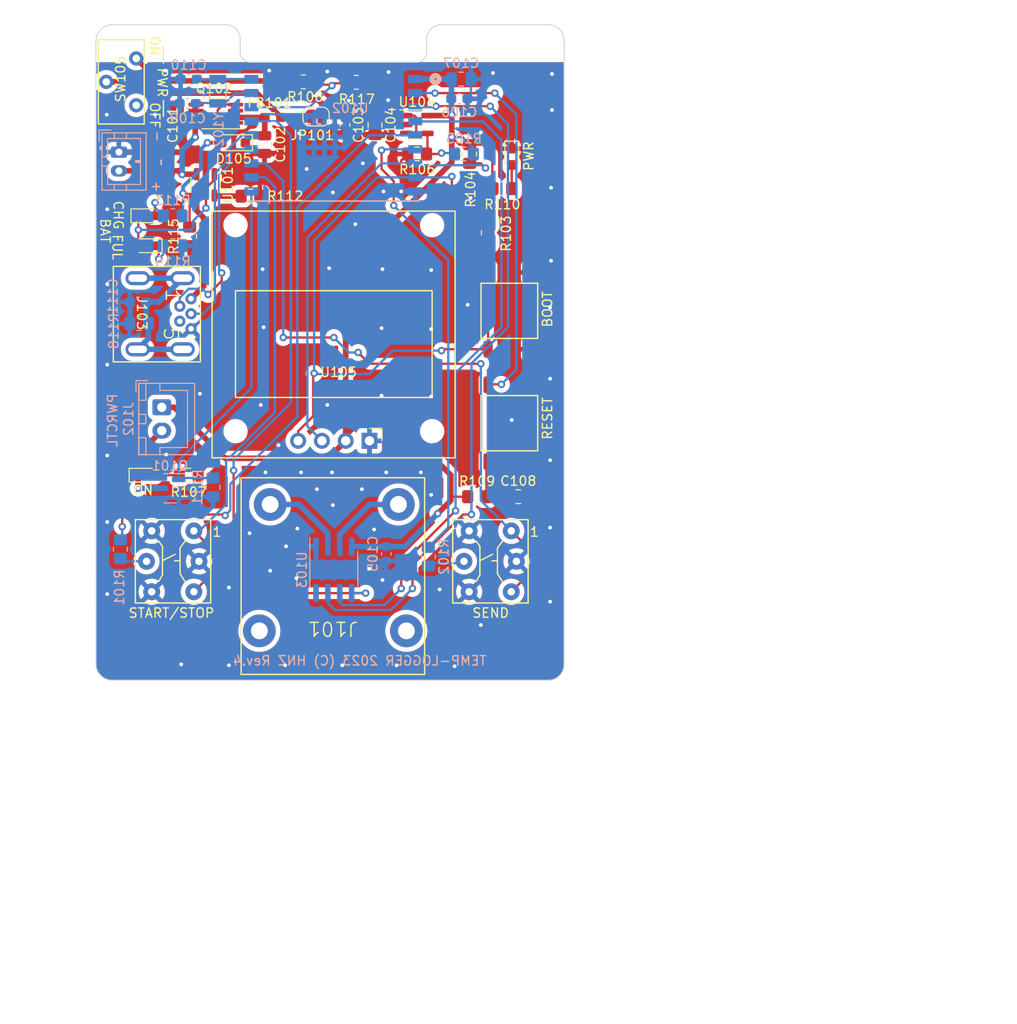
<source format=kicad_pcb>
(kicad_pcb (version 20221018) (generator pcbnew)
  (layers (0 "F.Cu" signal) (31 "B.Cu" signal) (34 "B.Paste" user) (35 "F.Paste" user) (36 "B.SilkS" user "B.Silkscreen") (37 "F.SilkS" user "F.Silkscreen") (38 "B.Mask" user) (39 "F.Mask" user) (44 "Edge.Cuts" user))
  (net 0 "")
  (net 1 "GND")
  (net 2 "+3.3V")
  (net 3 "/~{RESET}")
  (net 4 "/GPIO1")
  (net 5 "/GPIO0")
  (net 6 "Net-(D101-K)")
  (net 7 "Net-(D101-A)")
  (net 8 "Net-(D103-A)")
  (net 9 "/USBVDD")
  (net 10 "Net-(U103-T+)")
  (net 11 "Net-(U103-T-)")
  (net 12 "Net-(J103-D-)")
  (net 13 "Net-(J103-D+)")
  (net 15 "/GPIO10")
  (net 16 "Net-(SW101-A)")
  (net 17 "/GPIO6{slash}TCK")
  (net 18 "Net-(SW102-A)")
  (net 19 "/GPIO7{slash}TDO")
  (net 20 "/GPIO9")
  (net 21 "/GPIO8")
  (net 22 "Net-(U104-ADJ)")
  (net 23 "/GPIO2")
  (net 24 "/RXD{slash}GPIO20")
  (net 25 "/TXD{slash}GPIO21")
  (net 26 "/GPIO4{slash}TMS")
  (net 27 "/GPIO5{slash}TDI")
  (net 28 "/GPIO3")
  (net 29 "/VBAT")
  (net 30 "/VOUT")
  (net 31 "Net-(D102-K)")
  (net 32 "Net-(D102-A)")
  (net 33 "Net-(D104-K)")
  (net 34 "Net-(U101-PROG)")
  (net 35 "/VIN")
  (net 36 "Net-(J103-Shield)")
  (net 37 "Net-(JP101-A)")
  (footprint "Capacitor_SMD:C_0805_2012Metric_Pad1.18x1.45mm_HandSolder" (layer "F.Cu") (at 94.3 65.6 90)
    (fp_text reference "C101")
    (fp_text value "4.7uF")
  )
  (footprint "tbctl:R_0805_2012Metric_Pad1.20x1.40mm_HandSolder" (layer "F.Cu") (at 126.5 64.7 -90)
    (fp_text reference "R104")
    (fp_text value "10K")
  )
  (footprint "tbctl:LED_0603_1608Metric_Pad1.05x0.95mm_HandSolder" (layer "F.Cu") (at 131 65 -90)
    (fp_text reference "D103" hide)
    (fp_text value "LED RED SML-E12V8WT86")
  )
  (footprint "tbctl:R_0805_2012Metric_Pad1.20x1.40mm_HandSolder" (layer "F.Cu") (at 96.5 99 180)
    (fp_text reference "R107")
    (fp_text value "330")
  )
  (footprint "tbctl:R_0805_2012Metric_Pad1.20x1.40mm_HandSolder" (layer "F.Cu") (at 130 68.4)
    (fp_text reference "R110")
    (fp_text value "330")
  )
  (footprint "tbctl:TS-06104" (layer "F.Cu") (at 130.725 78.25 -90)
    (fp_text reference "SW103" hide)
    (fp_text value "BOOT TS-06104")
  )
  (footprint "Capacitor_SMD:C_0603_1608Metric_Pad1.08x0.95mm_HandSolder" (layer "F.Cu") (at 113.2 61.6 -90)
    (fp_text reference "C103")
    (fp_text value "0.1uF")
  )
  (footprint "tbctl:OLED I2C DISPLAY" (layer "F.Cu") (at 112 90.7 180)
    (fp_text reference "U105")
    (fp_text value "SSD1306_DISPLAY")
  )
  (footprint "tbctl:R_0805_2012Metric_Pad1.20x1.40mm_HandSolder" (layer "F.Cu") (at 127.3 101.3)
    (fp_text reference "R109")
    (fp_text value "10K")
  )
  (footprint "Jumper:SolderJumper-2_P1.3mm_Open_RoundedPad1.0x1.5mm" (layer "F.Cu") (at 110.1 60.7)
    (fp_text reference "JP101")
    (fp_text value "SolderJumper_2_Open")
  )
  (footprint "tbctl:R_0805_2012Metric_Pad1.20x1.40mm_HandSolder" (layer "F.Cu") (at 96.6 73.5 -90)
    (fp_text reference "R115")
    (fp_text value "100K")
  )
  (footprint "tbctl:usb mini B connector c2235 dim 2" (layer "F.Cu") (at 92.75 81.76 -90)
    (fp_text reference "J103")
    (fp_text value "USB_B_Mini")
  )
  (footprint "Package_TO_SOT_SMD:SOT-23-5" (layer "F.Cu") (at 98.3 68 -90)
    (fp_text reference "U101")
    (fp_text value "MCP73831-2-OT")
  )
  (footprint "tbctl:R_0805_2012Metric_Pad1.20x1.40mm_HandSolder" (layer "F.Cu") (at 114.4 57.05)
    (fp_text reference "R117")
    (fp_text value "20K 1%")
  )
  (footprint "tbctl:LED_0603_1608Metric_Pad1.05x0.95mm_HandSolder" (layer "F.Cu") (at 92 71.3)
    (fp_text reference "D102" hide)
    (fp_text value "LED RED SML-E12V8WT86")
  )
  (footprint "tbctl:PCC-SMP_D" (layer "F.Cu") (at 109.75 102.125 90)
    (fp_text reference "J101")
    (fp_text value "Conn_K_TERM_XH_2P")
  )
  (footprint "tbctl:LED_0603_1608Metric_Pad1.05x0.95mm_HandSolder" (layer "F.Cu") (at 91.8 99)
    (fp_text reference "D101" hide)
    (fp_text value "LED RED SML-E12V8WT86")
  )
  (footprint "Package_SO:MSOP-8_3x3mm_P0.65mm" (layer "F.Cu") (at 99.4 60.4 180)
    (fp_text reference "Q102")
    (fp_text value "IRF7606TRPBF")
  )
  (footprint "tbctl:R_0805_2012Metric_Pad1.20x1.40mm_HandSolder" (layer "F.Cu") (at 128.5 73.1 -90)
    (fp_text reference "R103")
    (fp_text value "10K")
  )
  (footprint "Capacitor_SMD:C_0805_2012Metric" (layer "F.Cu") (at 131.7 101.3)
    (fp_text reference "C108")
    (fp_text value "1uF")
  )
  (footprint "tbctl:LS601-CU_CAP" (layer "F.Cu") (at 128.7 108.2)
    (fp_text reference "SW102" hide)
    (fp_text value "SW_Push_LED")
  )
  (footprint "tbctl:L_0603_1608Metric_Pad1.05x0.95mm_HandSolder" (layer "F.Cu") (at 105.5 60.8)
    (fp_text reference "FB101")
    (fp_text value "BK2125HS601-T")
  )
  (footprint "Diode_SMD:D_SOD-323_HandSoldering" (layer "F.Cu") (at 101.3 63.5 180)
    (fp_text reference "D105")
    (fp_text value "NSR0340HT1G")
  )
  (footprint "tbctl:SLIDE_SW_IS1235-G" (layer "F.Cu") (at 90.9 57 -90)
    (fp_text reference "SW105")
    (fp_text value "SLIDE_SW IS-1245T-G")
  )
  (footprint "Capacitor_SMD:C_0805_2012Metric_Pad1.18x1.45mm_HandSolder" (layer "F.Cu") (at 116.4 61.6 -90)
    (fp_text reference "C104")
    (fp_text value "10uF")
  )
  (footprint "tbctl:R_0805_2012Metric_Pad1.20x1.40mm_HandSolder" (layer "F.Cu") (at 120.9 64.7 180)
    (fp_text reference "R106")
    (fp_text value "12K 1%")
  )
  (footprint "tbctl:LED_0603_1608Metric_Pad1.05x0.95mm_HandSolder" (layer "F.Cu") (at 92 74.5 180)
    (fp_text reference "D104" hide)
    (fp_text value "LED GREEN SML-E12P8WT86")
  )
  (footprint "Capacitor_SMD:C_0805_2012Metric" (layer "F.Cu") (at 104.6 63.7 -90)
    (fp_text reference "C102")
    (fp_text value "1uF")
  )
  (footprint "tbctl:R_0805_2012Metric_Pad1.20x1.40mm_HandSolder" (layer "F.Cu") (at 103.1 69.2)
    (fp_text reference "R112")
    (fp_text value "2K")
  )
  (footprint "tbctl:TS-06104" (layer "F.Cu") (at 130.725 90.25 -90)
    (fp_text reference "SW104" hide)
    (fp_text value "RESET TS-06104")
  )
  (footprint "Package_TO_SOT_SMD:SOT-23-5" (layer "F.Cu") (at 120.8625 61.55)
    (fp_text reference "U104")
    (fp_text value "SPX3819M5-L")
  )
  (footprint "tbctl:LS601-CU_CAP" (layer "F.Cu") (at 94.8 108.2)
    (fp_text reference "SW101" hide)
    (fp_text value "SW_Push_LED")
  )
  (footprint "tbctl:R_0805_2012Metric_Pad1.20x1.40mm_HandSolder" (layer "F.Cu") (at 108.75 57)
    (fp_text reference "R108")
    (fp_text value "20K 1%")
  )
  (footprint "tbctl:R_0805_2012Metric_Pad1.20x1.40mm_HandSolder" (layer "B.Cu") (at 122.1 107.7 90)
    (fp_text reference "R102")
    (fp_text value "330")
  )
  (footprint "tbctl:R_0805_2012Metric_Pad1.20x1.40mm_HandSolder" (layer "B.Cu") (at 91.2 82.8 180)
    (fp_text reference "R118")
    (fp_text value "10K")
  )
  (footprint "tbctl:R_0805_2012Metric_Pad1.20x1.40mm_HandSolder" (layer "B.Cu") (at 125.9 64.7 180)
    (fp_text reference "R105")
    (fp_text value "20K 1%")
  )
  (footprint "Capacitor_SMD:C_0603_1608Metric_Pad1.08x0.95mm_HandSolder" (layer "B.Cu") (at 96.4 59.3 180)
    (fp_text reference "C109")
    (fp_text value "16pF")
  )
  (footprint "Package_SO:SOIC-8_3.9x4.9mm_P1.27mm" (layer "B.Cu") (at 112 109.1 -90)
    (fp_text reference "U103")
    (fp_text value "MAX31855KASA")
  )
  (footprint "Crystal:Crystal_SMD_3215-2Pin_3.2x1.5mm" (layer "B.Cu") (at 99.6 58 -90)
    (fp_text reference "Y102")
    (fp_text value "32.7680KHz")
  )
  (footprint "tbctl:R_0805_2012Metric_Pad1.20x1.40mm_HandSolder" (layer "B.Cu") (at 94.8 74.5)
    (fp_text reference "R114")
    (fp_text value "330")
  )
  (footprint "Connector_JST:JST_PH_B2B-PH-K_1x02_P2.00mm_Vertical" (layer "B.Cu") (at 89.05 64.5 -90)
    (fp_text reference "J104" hide)
    (fp_text value "LiPo BATTERY Socket")
  )
  (footprint "Capacitor_SMD:C_0603_1608Metric_Pad1.08x0.95mm_HandSolder" (layer "B.Cu") (at 96.5 56.7 180)
    (fp_text reference "C110")
    (fp_text value "16pF")
  )
  (footprint "tbctl:R_0805_2012Metric_Pad1.20x1.40mm_HandSolder" (layer "B.Cu") (at 89.2 106.9 90)
    (fp_text reference "R101")
    (fp_text value "330")
  )
  (footprint "tbctl:R_0805_2012Metric_Pad1.20x1.40mm_HandSolder" (layer "B.Cu") (at 94.8 71.3 180)
    (fp_text reference "R113")
    (fp_text value "330")
  )
  (footprint "Package_TO_SOT_SMD:SOT-23" (layer "B.Cu") (at 94.5 100.4 180)
    (fp_text reference "Q101")
    (fp_text value "2N7002K")
  )
  (footprint "Capacitor_SMD:C_0603_1608Metric" (layer "B.Cu") (at 117.6 107.4 -90)
    (fp_text reference "C105")
    (fp_text value "0.1uF")
  )
  (footprint "Capacitor_SMD:C_0805_2012Metric_Pad1.18x1.45mm_HandSolder" (layer "B.Cu") (at 125.6 56.7)
    (fp_text reference "C107")
    (fp_text value "10uF")
  )
  (footprint "tbctl:R_0805_2012Metric_Pad1.20x1.40mm_HandSolder" (layer "B.Cu") (at 99.1 100.3 -90)
    (fp_text reference "R111")
    (fp_text value "10K")
  )
  (footprint "Connector_JST:JST_XH_B2B-XH-A_1x02_P2.50mm_Vertical" (layer "B.Cu") (at 93.625 91.75 -90)
    (fp_text reference "J102")
    (fp_text value "Conn_01x02")
  )
  (footprint "Capacitor_SMD:C_0603_1608Metric_Pad1.08x0.95mm_HandSolder" (layer "B.Cu") (at 125.4 58.8)
    (fp_text reference "C106")
    (fp_text value "0.1uF")
  )
  (footprint "tbctl:IC18_ESP32-C3-WROOM-02-N4_EXP" (layer "B.Cu") (at 111.95 59.605085 180)
    (fp_text reference "U102")
    (fp_text value "ESP32-C3-WROOM-02-N4")
  )
  (footprint "Capacitor_SMD:C_0603_1608Metric_Pad1.08x0.95mm_HandSolder" (layer "B.Cu") (at 91.1 80.5 180)
    (fp_text reference "C111")
    (fp_text value "0.1uF")
  )
  (gr_line (start 93.8 55) (end 93.8 53.2) (stroke (width 0.15)) (layer "F.SilkS"))
  (gr_line (start 93.8 59) (end 93.8 60.7) (stroke (width 0.15)) (layer "F.SilkS"))
  (gr_line (start 136.6 52.627917) (end 136.6 119.2) (stroke (width 0.1)) (layer "Edge.Cuts"))
  (gr_arc (start 103.1 54.9) (mid 102.322183 54.577817) (end 102 53.8) (stroke (width 0.1)) (layer "Edge.Cuts"))
  (gr_line (start 134.9 50.899771) (end 123.5 50.9) (stroke (width 0.1)) (layer "Edge.Cuts"))
  (gr_arc (start 121.899505 52.46066) (mid 122.370755 51.342935) (end 123.5 50.900001) (stroke (width 0.1)) (layer "Edge.Cuts"))
  (gr_arc (start 88.3806 120.899999) (mid 87.100016 120.38514) (end 86.595357 119.100484) (stroke (width 0.1)) (layer "Edge.Cuts"))
  (gr_line (start 134.9 120.9) (end 88.3806 120.899999) (stroke (width 0.1)) (layer "Edge.Cuts"))
  (gr_line (start 88.372792 50.899792) (end 100.5 50.9) (stroke (width 0.1)) (layer "Edge.Cuts"))
  (gr_arc (start 121.900025 53.892894) (mid 121.607553 54.602528) (end 120.9 54.9) (stroke (width 0.1)) (layer "Edge.Cuts"))
  (gr_line (start 121.899505 52.46066) (end 121.9 53.892894) (stroke (width 0.1)) (layer "Edge.Cuts"))
  (gr_arc (start 134.9 50.899771) (mid 136.112073 51.407668) (end 136.6 52.627917) (stroke (width 0.1)) (layer "Edge.Cuts"))
  (gr_arc (start 86.600001 52.7) (mid 87.109509 51.428749) (end 88.372792 50.899792) (stroke (width 0.1)) (layer "Edge.Cuts"))
  (gr_line (start 103.1 54.9) (end 120.9 54.9) (stroke (width 0.1)) (layer "Edge.Cuts"))
  (gr_line (start 86.595357 119.100484) (end 86.6 52.7) (stroke (width 0.1)) (layer "Edge.Cuts"))
  (gr_arc (start 100.5 50.9) (mid 101.56066 51.33934) (end 102 52.4) (stroke (width 0.1)) (layer "Edge.Cuts"))
  (gr_line (start 102 52.4) (end 102 53.8) (stroke (width 0.1)) (layer "Edge.Cuts"))
  (gr_arc (start 136.6 119.2) (mid 136.102082 120.402082) (end 134.9 120.9) (stroke (width 0.1)) (layer "Edge.Cuts"))
  (gr_text "+" (at 93.75 68.7) (layer "B.SilkS") (effects (font (size 1 1)) (justify left bottom mirror)))
  (gr_text "-" (at 92.6 63.55 -90) (layer "B.SilkS") (effects (font (size 1 1)) (justify left bottom mirror)))
  (gr_text "TEMP-LOGGER 2023 (C) HNZ Rev.4" (at 128.4 119.4) (layer "B.SilkS") (effects (font (size 1 1)) (justify left bottom mirror)))
  (gr_text "PWRCTL" (at 88.95 90.2 90) (layer "B.SilkS") (effects (font (size 1 1)) (justify left bottom mirror)))
  (gr_text "SEND" (at 126.7 114.3) (layer "F.SilkS") (effects (font (size 1 1)) (justify left bottom)))
  (gr_text "PWR" (at 133.4 66.6 90) (layer "F.SilkS") (effects (font (size 1 1)) (justify left bottom)))
  (gr_text "ON" (at 90.5 101.2) (layer "F.SilkS") (effects (font (size 1 1)) (justify left bottom)))
  (gr_text "BAT" (at 87 71.5 -90) (layer "F.SilkS") (effects (font (size 1 1)) (justify left bottom)))
  (gr_text "PWR" (at 93.1 55.4 270) (layer "F.SilkS") (effects (font (size 1 1)) (justify left bottom)))
  (gr_text "BOOT" (at 135.4 83.3 90) (layer "F.SilkS") (effects (font (size 1 1)) (justify left bottom)))
  (gr_text "CHG" (at 88.4 69.6 -90) (layer "F.SilkS") (effects (font (size 1 1)) (justify left bottom)))
  (gr_text "FUL" (at 88.3 73.2 270) (layer "F.SilkS") (effects (font (size 1 1)) (justify left bottom)))
  (gr_text "RESET" (at 135.4 95.3 90) (layer "F.SilkS") (effects (font (size 1 1)) (justify left bottom)))
  (gr_text "OFF" (at 92.3 59.1 270) (layer "F.SilkS") (effects (font (size 1 1)) (justify left bottom)))
  (gr_text "ON" (at 92.3 52 -90) (layer "F.SilkS") (effects (font (size 1 1)) (justify left bottom)))
  (gr_text "START/STOP" (at 90 114.3) (layer "F.SilkS") (effects (font (size 1 1)) (justify left bottom)))
  (segment (start 97.4 64.5) (end 89.45 64.5) (width 0.6) (layer "F.Cu") (net 1))
  (segment (start 118.45 61.55) (end 117.3 62.7) (width 0.6) (layer "F.Cu") (net 1))
  (segment (start 109.3 109) (end 115.8 109) (width 0.6) (layer "F.Cu") (net 1))
  (segment (start 131 64.125) (end 127.375 60.5) (width 0.25) (layer "F.Cu") (net 1))
  (segment (start 108.3375 62.4625) (end 108.3 62.5) (width 0.6) (layer "F.Cu") (net 1))
  (segment (start 98.3 65.4) (end 97.4 64.5) (width 0.6) (layer "F.Cu") (net 1))
  (segment (start 97.55 64.65) (end 97.4 64.5) (width 0.6) (layer "F.Cu") (net 1))
  (segment (start 119.9 64.7) (end 119.2 65.4) (width 0.25) (layer "F.Cu") (net 1))
  (segment (start 104.6 64.65) (end 97.55 64.65) (width 0.6) (layer "F.Cu") (net 1))
  (segment (start 116.4 62.6375) (end 113.375 62.6375) (width 0.6) (layer "F.Cu") (net 1))
  (segment (start 105.85 64.65) (end 104.6 64.65) (width 0.6) (layer "F.Cu") (net 1))
  (segment (start 89.45 64.5) (end 89.35 64.6) (width 0.6) (layer "F.Cu") (net 1))
  (segment (start 127.375 60.5) (end 126.4 60.5) (width 0.25) (layer "F.Cu") (net 1))
  (segment (start 119.725 61.55) (end 118.45 61.55) (width 0.6) (layer "F.Cu") (net 1))
  (segment (start 132.65 97.875) (end 132.975 97.55) (width 0.25) (layer "F.Cu") (net 1))
  (segment (start 106.9 106.6) (end 109.3 109) (width 0.6) (layer "F.Cu") (net 1))
  (segment (start 98.3 66.8625) (end 98.3 65.4) (width 0.6) (layer "F.Cu") (net 1))
  (segment (start 113.2 62.4625) (end 108.3375 62.4625) (width 0.6) (layer "F.Cu") (net 1))
  (segment (start 132.65 101.3) (end 132.65 97.875) (width 0.25) (layer "F.Cu") (net 1))
  (segment (start 108.0375 62.4625) (end 105.85 64.65) (width 0.6) (layer "F.Cu") (net 1))
  (segment (start 114.5 68.7) (end 108.3 62.5) (width 0.6) (layer "F.Cu") (net 1))
  (segment (start 108.3 62.5) (end 108.2625 62.4625) (width 0.6) (layer "F.Cu") (net 1))
  (segment (start 119.2 65.4) (end 119.2 68.7) (width 0.25) (layer "F.Cu") (net 1))
  (segment (start 117.3 68.7) (end 114.5 68.7) (width 0.6) (layer "F.Cu") (net 1))
  (segment (start 113.375 62.6375) (end 113.2 62.4625) (width 0.6) (layer "F.Cu") (net 1))
  (segment (start 116.4625 62.7) (end 116.4 62.6375) (width 0.6) (layer "F.Cu") (net 1))
  (segment (start 117.3 62.7) (end 116.4625 62.7) (width 0.6) (layer "F.Cu") (net 1))
  (segment (start 108.2625 62.4625) (end 108.0375 62.4625) (width 0.6) (layer "F.Cu") (net 1))
  (via (at 124.9 119.4) (size 0.8) (drill 0.4) (layers "F.Cu" "B.Cu") (net 1))
  (via (at 104.5 83.2) (size 0.8) (drill 0.4) (layers "F.Cu" "B.Cu") (net 1))
  (via (at 115.8 109) (size 0.8) (drill 0.4) (layers "F.Cu" "B.Cu") (net 1))
  (via (at 100.8 119.3) (size 0.8) (drill 0.4) (layers "F.Cu" "B.Cu") (net 1))
  (via (at 135.1 97.4) (size 0.8) (drill 0.4) (layers "F.Cu" "B.Cu") (net 1))
  (via (at 121.3 98.7) (size 0.8) (drill 0.4) (layers "F.Cu" "B.Cu") (net 1))
  (via (at 122.4 77.1) (size 0.8) (drill 0.4) (layers "F.Cu" "B.Cu") (net 1))
  (via (at 115.1 65.7) (size 0.8) (drill 0.4) (layers "F.Cu" "B.Cu") (net 1))
  (via (at 106.9 106.6) (size 0.8) (drill 0.4) (layers "F.Cu" "B.Cu") (net 1))
  (via (at 119.2 68.7) (size 0.8) (drill 0.4) (layers "F.Cu" "B.Cu") (net 1))
  (via (at 117.3 68.7) (size 0.8) (drill 0.4) (layers "F.Cu" "B.Cu") (net 1))
  (via (at 111.3 91.5) (size 0.8) (drill 0.4) (layers "F.Cu" "B.Cu") (net 1))
  (via (at 117.85 55.95) (size 0.8) (drill 0.4) (layers "F.Cu" "B.Cu") (net 1))
  (via (at 111.8 98.7) (size 0.8) (drill 0.4) (layers "F.Cu" "B.Cu") (net 1))
  (via (at 111.9 68.8) (size 0.8) (drill 0.4) (layers "F.Cu" "B.Cu") (net 1))
  (via (at 115 100.5) (size 0.8) (drill 0.4) (layers "F.Cu" "B.Cu") (net 1))
  (via (at 114.3 72.2) (size 0.8) (drill 0.4) (layers "F.Cu" "B.Cu") (net 1))
  (via (at 112.9 119.3) (size 0.8) (drill 0.4) (layers "F.Cu" "B.Cu") (net 1))
  (via (at 117.1 83.3) (size 0.8) (drill 0.4) (layers "F.Cu" "B.Cu") (net 1))
  (via (at 126.4 60.5) (size 0.8) (drill 0.4) (layers "F.Cu" "B.Cu") (net 1))
  (via (at 87.8 70.6) (size 0.8) (drill 0.4) (layers "F.Cu" "B.Cu") (net 1))
  (via (at 117.1 90.5) (size 0.8) (drill 0.4) (layers "F.Cu" "B.Cu") (net 1))
  (via (at 97.7 90.3) (size 0.8) (drill 0.4) (layers "F.Cu" "B.Cu") (net 1))
  (via (at 87.8 78.6) (size 0.8) (drill 0.4) (layers "F.Cu" "B.Cu") (net 1))
  (via (at 113.6 59) (size 0.8) (drill 0.4) (layers "F.Cu" "B.Cu") (net 1))
  (via (at 106.8 119.3) (size 0.8) (drill 0.4) (layers "F.Cu" "B.Cu") (net 1))
  (via (at 135.1 104.6) (size 0.8) (drill 0.4) (layers "F.Cu" "B.Cu") (net 1))
  (via (at 116.3 104.8) (size 0.8) (drill 0.4) (layers "F.Cu" "B.Cu") (net 1))
  (via (at 106.1 95.8) (size 0.8) (drill 0.4) (layers "F.Cu" "B.Cu") (net 1))
  (via (at 135.1 88.7) (size 0.8) (drill 0.4) (layers "F.Cu" "B.Cu") (net 1))
  (via (at 111.3 55.9) (size 0.8) (drill 0.4) (layers "F.Cu" "B.Cu") (net 1))
  (via (at 122.4 83.4) (size 0.8) (drill 0.4) (layers "F.Cu" "B.Cu") (net 1))
  (via (at 108.5 98.7) (size 0.8) (drill 0.4) (layers "F.Cu" "B.Cu") (net 1))
  (via (at 135.1 81.1) (size 0.8) (drill 0.4) (layers "F.Cu" "B.Cu") (net 1))
  (via (at 105.1 55.8) (size 0.8) (drill 0.4) (layers "F.Cu" "B.Cu") (net 1))
  (via (at 111.9 102.2) (size 0.8) (drill 0.4) (layers "F.Cu" "B.Cu") (net 1))
  (via (at 104.4 77) (size 0.8) (drill 0.4) (layers "F.Cu" "B.Cu") (net 1))
  (via (at 87.8 87.2) (size 0.8) (drill 0.4) (layers "F.Cu" "B.Cu") (net 1))
  (via (at 95.7 119.2) (size 0.8) (drill 0.4) (layers "F.Cu" "B.Cu") (net 1))
  (via (at 108.3 62.5) (size 0.8) (drill 0.4) (layers "F.Cu" "B.Cu") (net 1))
  (via (at 117.8 58.95) (size 0.8) (drill 0.4) (layers "F.Cu" "B.Cu") (net 1))
  (via (at 118.7 119.3) (size 0.8) (drill 0.4) (layers "F.Cu" "B.Cu") (net 1))
  (via (at 94 55.8) (size 0.8) (drill 0.4) (layers "F.Cu" "B.Cu") (net 1))
  (via (at 87.8 104) (size 0.8) (drill 0.4) (layers "F.Cu" "B.Cu") (net 1))
  (via (at 123.3 111.2) (size 0.8) (drill 0.4) (layers "F.Cu" "B.Cu") (net 1))
  (via (at 122.4 90.6) (size 0.8) (drill 0.4) (layers "F.Cu" "B.Cu") (net 1))
  (via (at 117.6 98.7) (size 0.8) (drill 0.4) (layers "F.Cu" "B.Cu") (net 1))
  (via (at 87.75 60.5) (size 0.8) (drill 0.4) (layers "F.Cu" "B.Cu") (net 1))
  (via (at 104.2 91.5) (size 0.8) (drill 0.4) (layers "F.Cu" "B.Cu") (net 1))
  (via (at 108.1 104.7) (size 0.8) (drill 0.4) (layers "F.Cu" "B.Cu") (net 1))
  (via (at 127.7 115) (size 0.8) (drill 0.4) (layers "F.Cu" "B.Cu") (net 1))
  (via (at 135.2 68.3) (size 0.8) (drill 0.4) (layers "F.Cu" "B.Cu") (net 1))
  (via (at 129 56.05) (size 0.8) (drill 0.4) (layers "F.Cu" "B.Cu") (net 1))
  (via (at 117.2 110.2) (size 0.8) (drill 0.4) (layers "F.Cu" "B.Cu") (net 1))
  (via (at 108 110) (size 0.8) (drill 0.4) (layers "F.Cu" "B.Cu") (net 1))
  (via (at 105.2 109.2) (size 0.8) (drill 0.4) (layers "F.Cu" "B.Cu") (net 1))
  (via (at 109.1 66.3) (size 0.8) (drill 0.4) (layers "F.Cu" "B.Cu") (net 1))
  (via (at 126.3 80.8) (size 0.8) (drill 0.4) (layers "F.Cu" "B.Cu") (net 1))
  (via (at 87.8 111.7) (size 0.8) (drill 0.4) (layers "F.Cu" "B.Cu") (net 1))
  (via (at 122.4 101.1) (size 0.8) (drill 0.4) (layers "F.Cu" "B.Cu") (net 1))
  (via (at 135.3 60) (size 0.8) (drill 0.4) (layers "F.Cu" "B.Cu") (net 1))
  (via (at 87.8 96.9) (size 0.8) (drill 0.4) (layers "F.Cu" "B.Cu") (net 1))
  (via (at 131 93.1) (size 0.8) (drill 0.4) (layers "F.Cu" "B.Cu") (net 1))
  (via (at 94.1 96.8) (size 0.8) (drill 0.4) (layers "F.Cu" "B.Cu") (net 1))
  (via (at 135.2 76.1) (size 0.8) (drill 0.4) (layers "F.Cu" "B.Cu") (net 1))
  (via (at 100.8 111) (size 0.8) (drill 0.4) (layers "F.Cu" "B.Cu") (net 1))
  (via (at 135.3 56.15) (size 0.8) (drill 0.4) (layers "F.Cu" "B.Cu") (net 1))
  (via (at 127.7 62.4) (size 0.8) (drill 0.4) (layers "F.Cu" "B.Cu") (net 1))
  (via (at 111.5 76.9) (size 0.8) (drill 0.4) (layers "F.Cu" "B.Cu") (net 1))
  (via (at 104.7 98.7) (size 0.8) (drill 0.4) (layers "F.Cu" "B.Cu") (net 1))
  (via (at 117.2 77) (size 0.8) (drill 0.4) (layers "F.Cu" "B.Cu") (net 1))
  (via (at 110.2 100.5) (size 0.8) (drill 0.4) (layers "F.Cu" "B.Cu") (net 1))
  (via (at 126.6 69.4) (size 0.8) (drill 0.4) (layers "F.Cu" "B.Cu") (net 1))
  (via (at 103 105.2) (size 0.8) (drill 0.4) (layers "F.Cu" "B.Cu") (net 1))
  (via (at 92.9 60.5) (size 0.8) (drill 0.4) (layers "F.Cu" "B.Cu") (net 1))
  (via (at 97.2 96.7) (size 0.8) (drill 0.4) (layers "F.Cu" "B.Cu") (net 1))
  (via (at 135.1 112.5) (size 0.8) (drill 0.4) (layers "F.Cu" "B.Cu") (net 1))
  (segment (start 95.4875 101.3) (end 95.4375 101.35) (width 0.25) (layer "B.Cu") (net 1))
  (segment (start 116.775 109) (end 117.6 108.175) (width 0.6) (layer "B.Cu") (net 1))
  (segment (start 115.8 109) (end 116.775 109) (width 0.6) (layer "B.Cu") (net 1))
  (segment (start 106.925 106.625) (end 106.9 106.6) (width 0.6) (layer "B.Cu") (net 1))
  (segment (start 99.1 101.3) (end 95.4875 101.3) (width 0.25) (layer "B.Cu") (net 1))
  (segment (start 120.7 68.7) (end 119.2 68.7) (width 0.6) (layer "B.Cu") (net 1))
  (segment (start 90.2375 82.7625) (end 90.2 82.8) (width 0.6) (layer "B.Cu") (net 1))
  (segment (start 110.095 106.625) (end 106.925 106.625) (width 0.6) (layer "B.Cu") (net 1))
  (segment (start 90.2375 80.5) (end 90.2375 82.7625) (width 0.6) (layer "B.Cu") (net 1))
  (segment (start 126.6375 56.7) (end 126.6375 58.425) (width 0.25) (layer "B.Cu") (net 1))
  (segment (start 119.2 68.7) (end 117.3 68.7) (width 0.6) (layer "B.Cu") (net 1))
  (segment (start 126.6375 58.425) (end 126.2625 58.8) (width 0.25) (layer "B.Cu") (net 1))
  (segment (start 126.4 58.9375) (end 126.2625 58.8) (width 0.25) (layer "B.Cu") (net 1))
  (segment (start 126.4 60.5) (end 126.4 58.9375) (width 0.25) (layer "B.Cu") (net 1))
  (segment (start 123.1 103.1) (end 124.5 101.7) (width 0.6) (layer "F.Cu") (net 2))
  (segment (start 124.5 60.6) (end 122 60.6) (width 0.6) (layer "F.Cu") (net 2))
  (segment (start 128.925 64.725) (end 127.9 63.7) (width 0.25) (layer "F.Cu") (net 2))
  (segment (start 124.5 101.2) (end 124.5 99) (width 0.6) (layer "F.Cu") (net 2))
  (segment (start 94.95 91.75) (end 93.625 91.75) (width 0.6) (layer "F.Cu") (net 2))
  (segment (start 124.6 65.6) (end 113.27 76.93) (width 0.6) (layer "F.Cu") (net 2))
  (segment (start 124.6 62.9) (end 124.6 65.6) (width 0.6) (layer "F.Cu") (net 2))
  (segment (start 128.925 71.675) (end 128.925 64.725) (width 0.25) (layer "F.Cu") (net 2))
  (segment (start 97.5 99) (end 99.3 97.2) (width 0.25) (layer "F.Cu") (net 2))
  (segment (start 124.5 101.7) (end 124.5 101.2) (width 0.6) (layer "F.Cu") (net 2))
  (segment (start 111.4 97.2) (end 100.4 97.2) (width 0.6) (layer "F.Cu") (net 2))
  (segment (start 113.27 95.33) (end 111.4 97.2) (width 0.6) (layer "F.Cu") (net 2))
  (segment (start 113.27 76.93) (end 113.27 95.33) (width 0.6) (layer "F.Cu") (net 2))
  (segment (start 124.6 60.5) (end 124.5 60.6) (width 0.6) (layer "F.Cu") (net 2))
  (segment (start 126.5 63.7) (end 125.4 63.7) (width 0.25) (layer "F.Cu") (net 2))
  (segment (start 124.6 60.5) (end 124.6 62.9) (width 0.6) (layer "F.Cu") (net 2))
  (segment (start 125.4 63.7) (end 124.6 62.9) (width 0.25) (layer "F.Cu") (net 2))
  (segment (start 124.6 101.3) (end 124.5 101.2) (width 0.25) (layer "F.Cu") (net 2))
  (segment (start 114.7 93.3) (end 113.27 94.73) (width 0.6) (layer "F.Cu") (net 2))
  (segment (start 113.27 94.73) (end 113.27 95.33) (width 0.6) (layer "F.Cu") (net 2))
  (segment (start 128.5 72.1) (end 128.925 71.675) (width 0.25) (layer "F.Cu") (net 2))
  (segment (start 126.3 101.3) (end 124.6 101.3) (width 0.25) (layer "F.Cu") (net 2))
  (segment (start 118.8 93.3) (end 114.7 93.3) (width 0.6) (layer "F.Cu") (net 2))
  (segment (start 100.4 97.2) (end 94.95 91.75) (width 0.6) (layer "F.Cu") (net 2))
  (segment (start 127.9 63.7) (end 126.5 63.7) (width 0.25) (layer "F.Cu") (net 2))
  (segment (start 124.5 99) (end 118.8 93.3) (width 0.6) (layer "F.Cu") (net 2))
  (segment (start 99.3 97.2) (end 100.4 97.2) (width 0.25) (layer "F.Cu") (net 2))
  (via (at 124.6 62.9) (size 0.8) (drill 0.4) (layers "F.Cu" "B.Cu") (net 2))
  (via (at 124.6 60.5) (size 0.8) (drill 0.4) (layers "F.Cu" "B.Cu") (net 2))
  (via (at 123.1 103.1) (size 0.8) (drill 0.4) (layers "F.Cu" "B.Cu") (net 2))
  (segment (start 124.6 60.5) (end 124.5625 60.4625) (width 0.6) (layer "B.Cu") (net 2))
  (segment (start 125.75 62.9) (end 124.6 62.9) (width 0.25) (layer "B.Cu") (net 2))
  (segment (start 126.9 64.7) (end 126.9 64.05) (width 0.25) (layer "B.Cu") (net 2))
  (segment (start 124.5625 56.7) (end 120.700002 56.7) (width 0.6) (layer "B.Cu") (net 2))
  (segment (start 120.700002 56.7) (end 120.7 56.699998) (width 0.6) (layer "B.Cu") (net 2))
  (segment (start 123.1 103.1) (end 119.575 106.625) (width 0.6) (layer "B.Cu") (net 2))
  (segment (start 124.5625 60.4625) (end 124.5625 56.7) (width 0.6) (layer "B.Cu") (net 2))
  (segment (start 126.9 64.05) (end 125.75 62.9) (width 0.25) (layer "B.Cu") (net 2))
  (segment (start 119.575 106.625) (end 113.905 106.625) (width 0.6) (layer "B.Cu") (net 2))
  (segment (start 128.475 89.35) (end 128.475 97.55) (width 0.25) (layer "F.Cu") (net 3))
  (segment (start 122.8 58.2) (end 129.2 58.2) (width 0.25) (layer "F.Cu") (net 3))
  (segment (start 128.3 101.3) (end 128.3 97.725) (width 0.25) (layer "F.Cu") (net 3))
  (segment (start 128.525 89.3) (end 128.475 89.35) (width 0.25) (layer "F.Cu") (net 3))
  (segment (start 129.9 89.3) (end 128.525 89.3) (width 0.25) (layer "F.Cu") (net 3))
  (segment (start 130.75 101.3) (end 128.3 101.3) (width 0.25) (layer "F.Cu") (net 3))
  (segment (start 128.3 97.725) (end 128.475 97.55) (width 0.25) (layer "F.Cu") (net 3))
  (via (at 129.9 89.3) (size 0.8) (drill 0.4) (layers "F.Cu" "B.Cu") (net 3))
  (via (at 122.8 58.2) (size 0.8) (drill 0.4) (layers "F.Cu" "B.Cu") (net 3))
  (via (at 129.2 58.2) (size 0.8) (drill 0.4) (layers "F.Cu" "B.Cu") (net 3))
  (segment (start 129.2 58.2) (end 131.5 60.5) (width 0.25) (layer "B.Cu") (net 3))
  (segment (start 131.5 87.7) (end 129.9 89.3) (width 0.25) (layer "B.Cu") (net 3))
  (segment (start 120.7 58.199998) (end 122.799998 58.199998) (width 0.25) (layer "B.Cu") (net 3))
  (segment (start 131.5 60.5) (end 131.5 87.7) (width 0.25) (layer "B.Cu") (net 3))
  (segment (start 122.799998 58.199998) (end 122.8 58.2) (width 0.25) (layer "B.Cu") (net 3))
  (segment (start 97.3125 59.25) (end 97.2625 59.3) (width 0.25) (layer "B.Cu") (net 4))
  (segment (start 100.400002 59.25) (end 99.6 59.25) (width 0.25) (layer "B.Cu") (net 4))
  (segment (start 99.6 59.25) (end 97.3125 59.25) (width 0.25) (layer "B.Cu") (net 4))
  (segment (start 103.2 58.199998) (end 101.450004 58.199998) (width 0.25) (layer "B.Cu") (net 4))
  (segment (start 101.450004 58.199998) (end 100.400002 59.25) (width 0.25) (layer "B.Cu") (net 4))
  (segment (start 97.4125 56.75) (end 97.3625 56.7) (width 0.25) (layer "B.Cu") (net 5))
  (segment (start 103.2 56.699998) (end 99.650002 56.699998) (width 0.25) (layer "B.Cu") (net 5))
  (segment (start 99.6 56.75) (end 97.4125 56.75) (width 0.25) (layer "B.Cu") (net 5))
  (segment (start 99.650002 56.699998) (end 99.6 56.75) (width 0.25) (layer "B.Cu") (net 5))
  (segment (start 90.925 99) (end 90.925 96.95) (width 0.6) (layer "F.Cu") (net 6))
  (segment (start 91.1 99.175) (end 90.925 99) (width 0.6) (layer "F.Cu") (net 6))
  (segment (start 91.1 100.4) (end 91.1 99.175) (width 0.6) (layer "F.Cu") (net 6))
  (segment (start 90.925 96.95) (end 93.625 94.25) (width 0.6) (layer "F.Cu") (net 6))
  (via (at 91.1 100.4) (size 0.8) (drill 0.4) (layers "F.Cu" "B.Cu") (net 6))
  (segment (start 93.5625 100.4) (end 91.1 100.4) (width 0.6) (layer "B.Cu") (net 6))
  (segment (start 95.5 99) (end 92.675 99) (width 0.25) (layer "F.Cu") (net 7))
  (segment (start 131 68.4) (end 131 65.875) (width 0.25) (layer "F.Cu") (net 8))
  (segment (start 98.1 78.81) (end 98.1 71.5) (width 0.6) (layer "F.Cu") (net 9))
  (segment (start 96.75 80.16) (end 98.1 78.81) (width 0.6) (layer "F.Cu") (net 9))
  (segment (start 97.35 70.75) (end 97.35 69.1375) (width 0.6) (layer "F.Cu") (net 9))
  (segment (start 101.5125 59.425) (end 100.175 59.425) (width 0.25) (layer "F.Cu") (net 9))
  (segment (start 98.1 71.5) (end 97.35 70.75) (width 0.6) (layer "F.Cu") (net 9))
  (segment (start 96.1375 69.1375) (end 95.9 68.9) (width 0.6) (layer "F.Cu") (net 9))
  (segment (start 99.6 63.4) (end 99.7 63.5) (width 0.25) (layer "F.Cu") (net 9))
  (segment (start 99.6 60) (end 99.6 63.4) (width 0.25) (layer "F.Cu") (net 9))
  (segment (start 96.6 69.6) (end 95.9 68.9) (width 0.25) (layer "F.Cu") (net 9))
  (segment (start 100.175 59.425) (end 99.6 60) (width 0.25) (layer "F.Cu") (net 9))
  (segment (start 100.05 63.5) (end 98.5 63.5) (width 0.4) (layer "F.Cu") (net 9))
  (segment (start 97.35 69.1375) (end 96.1375 69.1375) (width 0.6) (layer "F.Cu") (net 9))
  (segment (start 99.7 63.5) (end 100.05 63.5) (width 0.25) (layer "F.Cu") (net 9))
  (segment (start 96.6 72.5) (end 96.6 69.6) (width 0.25) (layer "F.Cu") (net 9))
  (via (at 95.9 68.9) (size 0.8) (drill 0.4) (layers "F.Cu" "B.Cu") (net 9))
  (via (at 98.5 63.5) (size 0.8) (drill 0.4) (layers "F.Cu" "B.Cu") (net 9))
  (segment (start 97.8 64.2) (end 97.8 66.296967) (width 0.4) (layer "B.Cu") (net 9))
  (segment (start 95.9 68.196967) (end 95.9 68.9) (width 0.4) (layer "B.Cu") (net 9))
  (segment (start 95.9 71.2) (end 95.8 71.3) (width 0.25) (layer "B.Cu") (net 9))
  (segment (start 97.8 66.296967) (end 95.9 68.196967) (width 0.4) (layer "B.Cu") (net 9))
  (segment (start 98.5 63.5) (end 97.8 64.2) (width 0.4) (layer "B.Cu") (net 9))
  (segment (start 95.9 68.9) (end 95.9 71.2) (width 0.25) (layer "B.Cu") (net 9))
  (segment (start 112.635 105.315127) (end 115.825127 102.125) (width 0.6) (layer "B.Cu") (net 10))
  (segment (start 112.635 106.625) (end 112.635 105.315127) (width 0.6) (layer "B.Cu") (net 10))
  (segment (start 115.825127 102.125) (end 118.9 102.125) (width 0.6) (layer "B.Cu") (net 10))
  (segment (start 111.365 105.215127) (end 111.365 106.625) (width 0.6) (layer "B.Cu") (net 11))
  (segment (start 108.274873 102.125) (end 111.365 105.215127) (width 0.6) (layer "B.Cu") (net 11))
  (segment (start 105.2 102.125) (end 108.274873 102.125) (width 0.6) (layer "B.Cu") (net 11))
  (segment (start 98.5755 79.7) (end 100.0245 78.251) (width 0.25) (layer "F.Cu") (net 12))
  (segment (start 100.0245 78.251) (end 100.0245 77.4) (width 0.25) (layer "F.Cu") (net 12))
  (via (at 98.5755 79.7) (size 0.8) (drill 0.4) (layers "F.Cu" "B.Cu") (net 12))
  (via (at 100.0245 77.4) (size 0.8) (drill 0.4) (layers "F.Cu" "B.Cu") (net 12))
  (segment (start 99.75 66.959188) (end 100.95 65.759188) (width 0.25) (layer "B.Cu") (net 12))
  (segment (start 98.5755 79.7) (end 97.9755 79.1) (width 0.25) (layer "B.Cu") (net 12))
  (segment (start 101.400002 64.199998) (end 103.2 64.199998) (width 0.25) (layer "B.Cu") (net 12))
  (segment (start 95.55 80.051852) (end 95.55 80.96) (width 0.25) (layer "B.Cu") (net 12))
  (segment (start 100.95 65.759188) (end 100.95 64.65) (width 0.25) (layer "B.Cu") (net 12))
  (segment (start 96.501852 79.1) (end 95.55 80.051852) (width 0.25) (layer "B.Cu") (net 12))
  (segment (start 99.75 77.1255) (end 99.75 66.959188) (width 0.25) (layer "B.Cu") (net 12))
  (segment (start 100.0245 77.4) (end 99.75 77.1255) (width 0.25) (layer "B.Cu") (net 12))
  (segment (start 97.9755 79.1) (end 96.501852 79.1) (width 0.25) (layer "B.Cu") (net 12))
  (segment (start 100.95 64.65) (end 101.400002 64.199998) (width 0.25) (layer "B.Cu") (net 12))
  (segment (start 96.75 81.76) (end 98.04 81.76) (width 0.25) (layer "B.Cu") (net 13))
  (segment (start 99.3 66.772792) (end 100.5 65.572792) (width 0.25) (layer "B.Cu") (net 13))
  (segment (start 99.3 80.5) (end 99.3 66.772792) (width 0.25) (layer "B.Cu") (net 13))
  (segment (start 100.5 65.572792) (end 100.5 64.4) (width 0.25) (layer "B.Cu") (net 13))
  (segment (start 98.04 81.76) (end 99.3 80.5) (width 0.25) (layer "B.Cu") (net 13))
  (segment (start 100.5 64.4) (end 102.200001 62.699999) (width 0.25) (layer "B.Cu") (net 13))
  (segment (start 102.200001 62.699999) (end 103.2 62.699999) (width 0.25) (layer "B.Cu") (net 13))
  (segment (start 95.4375 97.437195) (end 95.4375 99.45) (width 0.25) (layer "B.Cu") (net 15))
  (segment (start 99.1 99.3) (end 95.5875 99.3) (width 0.25) (layer "B.Cu") (net 15))
  (segment (start 95.5875 99.3) (end 95.4375 99.45) (width 0.25) (layer "B.Cu") (net 15))
  (segment (start 103.2 89.674695) (end 95.4375 97.437195) (width 0.25) (layer "B.Cu") (net 15))
  (segment (start 103.2 68.7) (end 103.2 89.674695) (width 0.25) (layer "B.Cu") (net 15))
  (segment (start 89.5 108.2) (end 89.2 107.9) (width 0.25) (layer "B.Cu") (net 16))
  (segment (start 92 108.2) (end 89.5 108.2) (width 0.25) (layer "B.Cu") (net 16))
  (segment (start 89.8 103.2) (end 89.4 103.6) (width 0.25) (layer "F.Cu") (net 17))
  (segment (start 89.4 103.6) (end 89.4 104.5) (width 0.25) (layer "F.Cu") (net 17))
  (segment (start 100.4 103.3) (end 100.3 103.2) (width 0.25) (layer "F.Cu") (net 17))
  (segment (start 100.3 103.2) (end 89.8 103.2) (width 0.25) (layer "F.Cu") (net 17))
  (via (at 89.4 104.5) (size 0.8) (drill 0.4) (layers "F.Cu" "B.Cu") (net 17))
  (via (at 100.4 103.3) (size 0.8) (drill 0.4) (layers "F.Cu" "B.Cu") (net 17))
  (segment (start 108.099695 92.775) (end 108.099695 70.400305) (width 0.25) (layer "B.Cu") (net 17))
  (segment (start 100.4 103.3) (end 100.95 102.75) (width 0.25) (layer "B.Cu") (net 17))
  (segment (start 108.099695 70.400305) (end 115.800001 62.699999) (width 0.25) (layer "B.Cu") (net 17))
  (segment (start 100.95 102.75) (end 100.95 99.924695) (width 0.25) (layer "B.Cu") (net 17))
  (segment (start 89.4 104.5) (end 89.4 105.7) (width 0.25) (layer "B.Cu") (net 17))
  (segment (start 115.800001 62.699999) (end 120.7 62.699999) (width 0.25) (layer "B.Cu") (net 17))
  (segment (start 89.4 105.7) (end 89.2 105.9) (width 0.25) (layer "B.Cu") (net 17))
  (segment (start 100.95 99.924695) (end 108.099695 92.775) (width 0.25) (layer "B.Cu") (net 17))
  (segment (start 125.9 108.2) (end 125.7 108.4) (width 0.25) (layer "B.Cu") (net 18))
  (segment (start 122.4 108.4) (end 122.1 108.7) (width 0.25) (layer "B.Cu") (net 18))
  (segment (start 125.7 108.4) (end 122.4 108.4) (width 0.25) (layer "B.Cu") (net 18))
  (segment (start 118.4 67.6) (end 118.4 70.2) (width 0.25) (layer "F.Cu") (net 19))
  (segment (start 117.1 64.3) (end 117.1 66.3) (width 0.25) (layer "F.Cu") (net 19))
  (segment (start 117.1 66.3) (end 118.4 67.6) (width 0.25) (layer "F.Cu") (net 19))
  (via (at 118.4 70.2) (size 0.8) (drill 0.4) (layers "F.Cu" "B.Cu") (net 19))
  (via (at 117.1 64.3) (size 0.8) (drill 0.4) (layers "F.Cu" "B.Cu") (net 19))
  (segment (start 117.200002 64.199998) (end 120.7 64.199998) (width 0.25) (layer "B.Cu") (net 19))
  (segment (start 118.4 70.215254) (end 118.4 70.2) (width 0.25) (layer "B.Cu") (net 19))
  (segment (start 124.225 76.040254) (end 118.4 70.215254) (width 0.25) (layer "B.Cu") (net 19))
  (segment (start 124.225 104.575) (end 124.225 76.040254) (width 0.25) (layer "B.Cu") (net 19))
  (segment (start 122.1 106.7) (end 124.225 104.575) (width 0.25) (layer "B.Cu") (net 19))
  (segment (start 117.1 64.3) (end 117.200002 64.199998) (width 0.25) (layer "B.Cu") (net 19))
  (segment (start 109.9 88.1245) (end 109.8 88.2245) (width 0.25) (layer "F.Cu") (net 20))
  (segment (start 127.4 74.1) (end 124.6 71.3) (width 0.25) (layer "F.Cu") (net 20))
  (segment (start 123.65 85.55) (end 123.5 85.7) (width 0.25) (layer "F.Cu") (net 20))
  (segment (start 128.475 77.35) (end 128.5 77.325) (width 0.25) (layer "F.Cu") (net 20))
  (segment (start 128.475 77.35) (end 128.475 85.55) (width 0.25) (layer "F.Cu") (net 20))
  (segment (start 128.475 85.55) (end 123.65 85.55) (width 0.25) (layer "F.Cu") (net 20))
  (segment (start 128.5 74.1) (end 127.4 74.1) (width 0.25) (layer "F.Cu") (net 20))
  (segment (start 124.6 71.3) (end 124.6 67.1) (width 0.25) (layer "F.Cu") (net 20))
  (segment (start 109.8 88.2245) (end 109.8 92.7) (width 0.25) (layer "F.Cu") (net 20))
  (segment (start 109.8 92.7) (end 108.19 94.31) (width 0.25) (layer "F.Cu") (net 20))
  (segment (start 108.19 94.31) (end 108.19 95.33) (width 0.25) (layer "F.Cu") (net 20))
  (segment (start 128.5 77.325) (end 128.5 74.1) (width 0.25) (layer "F.Cu") (net 20))
  (via (at 109.9 88.1245) (size 0.8) (drill 0.4) (layers "F.Cu" "B.Cu") (net 20))
  (via (at 124.6 67.1) (size 0.8) (drill 0.4) (layers "F.Cu" "B.Cu") (net 20))
  (via (at 123.5 85.7) (size 0.8) (drill 0.4) (layers "F.Cu" "B.Cu") (net 20))
  (segment (start 124.5 67.2) (end 120.7 67.2) (width 0.25) (layer "B.Cu") (net 20))
  (segment (start 123.494915 85.694915) (end 120.75 85.694915) (width 0.25) (layer "B.Cu") (net 20))
  (segment (start 116.6 67.2) (end 109.9 73.9) (width 0.25) (layer "B.Cu") (net 20))
  (segment (start 120.7 67.2) (end 116.6 67.2) (width 0.25) (layer "B.Cu") (net 20))
  (segment (start 109.9755 88.2) (end 115.786827 88.2) (width 0.25) (layer "B.Cu") (net 20))
  (segment (start 115.786827 88.2) (end 118.291912 85.694915) (width 0.25) (layer "B.Cu") (net 20))
  (segment (start 123.5 85.7) (end 123.494915 85.694915) (width 0.25) (layer "B.Cu") (net 20))
  (segment (start 118.291912 85.694915) (end 120.75 85.694915) (width 0.25) (layer "B.Cu") (net 20))
  (segment (start 109.9 73.9) (end 109.9 88.1245) (width 0.25) (layer "B.Cu") (net 20))
  (segment (start 124.6 67.1) (end 124.5 67.2) (width 0.25) (layer "B.Cu") (net 20))
  (segment (start 109.9 88.1245) (end 109.9755 88.2) (width 0.25) (layer "B.Cu") (net 20))
  (segment (start 127.7 65.7) (end 128.2 66.2) (width 0.25) (layer "F.Cu") (net 21))
  (segment (start 126.5 65.7) (end 127.7 65.7) (width 0.25) (layer "F.Cu") (net 21))
  (via (at 128.2 66.2) (size 0.8) (drill 0.4) (layers "F.Cu" "B.Cu") (net 21))
  (segment (start 109.175 73.625) (end 109.175 93.775) (width 0.25) (layer "B.Cu") (net 21))
  (segment (start 109.175 93.775) (end 110.73 95.33) (width 0.25) (layer "B.Cu") (net 21))
  (segment (start 120.7 65.699998) (end 117.100002 65.699998) (width 0.25) (layer "B.Cu") (net 21))
  (segment (start 128.2 66.2) (end 127.9 65.9) (width 0.25) (layer "B.Cu") (net 21))
  (segment (start 120.900002 65.9) (end 120.7 65.699998) (width 0.25) (layer "B.Cu") (net 21))
  (segment (start 127.9 65.9) (end 120.900002 65.9) (width 0.25) (layer "B.Cu") (net 21))
  (segment (start 117.100002 65.699998) (end 109.175 73.625) (width 0.25) (layer "B.Cu") (net 21))
  (segment (start 121.9 64.7) (end 123.4 64.7) (width 0.25) (layer "F.Cu") (net 22))
  (segment (start 122 62.5) (end 122 64.6) (width 0.25) (layer "F.Cu") (net 22))
  (segment (start 122 64.6) (end 121.9 64.7) (width 0.25) (layer "F.Cu") (net 22))
  (segment (start 123.4 64.7) (end 123.5 64.6) (width 0.25) (layer "F.Cu") (net 22))
  (via (at 123.5 64.6) (size 0.8) (drill 0.4) (layers "F.Cu" "B.Cu") (net 22))
  (segment (start 123.5 64.6) (end 124.8 64.6) (width 0.25) (layer "B.Cu") (net 22))
  (segment (start 124.8 64.6) (end 124.9 64.7) (width 0.25) (layer "B.Cu") (net 22))
  (segment (start 110.05 57.3) (end 109.75 57) (width 0.25) (layer "F.Cu") (net 23))
  (segment (start 113.35 57.15) (end 112.05 57.15) (width 0.25) (layer "F.Cu") (net 23))
  (segment (start 111.7 57.3) (end 110.05 57.3) (width 0.25) (layer "F.Cu") (net 23))
  (segment (start 112.05 57.15) (end 111.8 57.4) (width 0.25) (layer "F.Cu") (net 23))
  (segment (start 111.8 57.4) (end 111.7 57.3) (width 0.25) (layer "F.Cu") (net 23))
  (via (at 111.8 57.4) (size 0.8) (drill 0.4) (layers "F.Cu" "B.Cu") (net 23))
  (segment (start 109.4 59.7) (end 111.8 57.4) (width 0.25) (layer "B.Cu") (net 23))
  (segment (start 103.2 59.7) (end 109.4 59.7) (width 0.25) (layer "B.Cu") (net 23))
  (segment (start 99.7 108.8) (end 99.7 107.6) (width 0.25) (layer "F.Cu") (net 24))
  (segment (start 99.7 107.6) (end 97.05 104.95) (width 0.25) (layer "F.Cu") (net 24))
  (segment (start 97.05 111.45) (end 99.7 108.8) (width 0.25) (layer "F.Cu") (net 24))
  (segment (start 103.2 67.2) (end 104.7 67.2) (width 0.25) (layer "B.Cu") (net 24))
  (segment (start 100.5 97.5) (end 100.5 102.1) (width 0.25) (layer "B.Cu") (net 24))
  (segment (start 104.7 67.2) (end 105.7 68.2) (width 0.25) (layer "B.Cu") (net 24))
  (segment (start 105.7 92.3) (end 100.5 97.5) (width 0.25) (layer "B.Cu") (net 24))
  (segment (start 105.7 68.2) (end 105.7 92.3) (width 0.25) (layer "B.Cu") (net 24))
  (segment (start 100.5 102.1) (end 97.65 104.95) (width 0.25) (layer "B.Cu") (net 24))
  (segment (start 97.65 104.95) (end 97.05 104.95) (width 0.25) (layer "B.Cu") (net 24))
  (segment (start 127.7 87.1) (end 115.8 87.1) (width 0.25) (layer "F.Cu") (net 25))
  (segment (start 115.8 87.1) (end 114.6 85.9) (width 0.25) (layer "F.Cu") (net 25))
  (segment (start 133.5 107.5) (end 130.95 104.95) (width 0.25) (layer "F.Cu") (net 25))
  (segment (start 130.95 111.45) (end 133.5 108.9) (width 0.25) (layer "F.Cu") (net 25))
  (segment (start 133.5 108.9) (end 133.5 107.5) (width 0.25) (layer "F.Cu") (net 25))
  (segment (start 112 84.3) (end 106.6 84.3) (width 0.25) (layer "F.Cu") (net 25))
  (via (at 114.6 85.9) (size 0.8) (drill 0.4) (layers "F.Cu" "B.Cu") (net 25))
  (via (at 106.6 84.3) (size 0.8) (drill 0.4) (layers "F.Cu" "B.Cu") (net 25))
  (via (at 127.7 87.1) (size 0.8) (drill 0.4) (layers "F.Cu" "B.Cu") (net 25))
  (via (at 112 84.3) (size 0.8) (drill 0.4) (layers "F.Cu" "B.Cu") (net 25))
  (segment (start 104.699998 65.699998) (end 106.6 67.6) (width 0.25) (layer "B.Cu") (net 25))
  (segment (start 114.6 85.9) (end 113.6 85.9) (width 0.25) (layer "B.Cu") (net 25))
  (segment (start 130.95 104.95) (end 127.7 101.7) (width 0.25) (layer "B.Cu") (net 25))
  (segment (start 127.7 101.7) (end 127.7 87.1) (width 0.25) (layer "B.Cu") (net 25))
  (segment (start 103.2 65.699998) (end 104.699998 65.699998) (width 0.25) (layer "B.Cu") (net 25))
  (segment (start 106.6 67.6) (end 106.6 84.3) (width 0.25) (layer "B.Cu") (net 25))
  (segment (start 113.6 85.9) (end 112 84.3) (width 0.25) (layer "B.Cu") (net 25))
  (segment (start 125.8 103.2) (end 120.4 108.6) (width 0.25) (layer "F.Cu") (net 26))
  (segment (start 120.4 108.6) (end 120.4 111.1) (width 0.25) (layer "F.Cu") (net 26))
  (segment (start 124.725305 59.6) (end 128.7 59.6) (width 0.25) (layer "F.Cu") (net 26))
  (segment (start 122.9 59.6) (end 124.725305 59.6) (width 0.25) (layer "F.Cu") (net 26))
  (segment (start 126.7 103.2) (end 125.8 103.2) (width 0.25) (layer "F.Cu") (net 26))
  (via (at 120.4 111.1) (size 0.8) (drill 0.4) (layers "F.Cu" "B.Cu") (net 26))
  (via (at 128.7 59.6) (size 0.8) (drill 0.4) (layers "F.Cu" "B.Cu") (net 26))
  (via (at 126.7 103.2) (size 0.8) (drill 0.4) (layers "F.Cu" "B.Cu") (net 26))
  (via (at 122.9 59.6) (size 0.8) (drill 0.4) (layers "F.Cu" "B.Cu") (net 26))
  (segment (start 111.365 111.575) (end 111.365 112.665) (width 0.25) (layer "B.Cu") (net 26))
  (segment (start 128.7 59.6) (end 130.6 61.5) (width 0.25) (layer "B.Cu") (net 26))
  (segment (start 130.6 61.5) (end 130.6 83.174695) (width 0.25) (layer "B.Cu") (net 26))
  (segment (start 118.1 113.4) (end 120.4 111.1) (width 0.25) (layer "B.Cu") (net 26))
  (segment (start 120.7 59.7) (end 122.8 59.7) (width 0.25) (layer "B.Cu") (net 26))
  (segment (start 111.365 112.665) (end 112.1 113.4) (width 0.25) (layer "B.Cu") (net 26))
  (segment (start 130.6 83.174695) (end 126.7 87.074695) (width 0.25) (layer "B.Cu") (net 26))
  (segment (start 126.7 87.074695) (end 126.7 103.2) (width 0.25) (layer "B.Cu") (net 26))
  (segment (start 112.1 113.4) (end 118.1 113.4) (width 0.25) (layer "B.Cu") (net 26))
  (segment (start 122.8 59.7) (end 122.9 59.6) (width 0.25) (layer "B.Cu") (net 26))
  (segment (start 119.2 108.6) (end 125 102.8) (width 0.25) (layer "F.Cu") (net 27))
  (segment (start 119.2 111.1) (end 119.2 108.6) (width 0.25) (layer "F.Cu") (net 27))
  (via (at 125 102.8) (size 0.8) (drill 0.4) (layers "F.Cu" "B.Cu") (net 27))
  (via (at 119.2 111.1) (size 0.8) (drill 0.4) (layers "F.Cu" "B.Cu") (net 27))
  (segment (start 125 88.1) (end 125 102.8) (width 0.25) (layer "B.Cu") (net 27))
  (segment (start 129.9 83.2) (end 125 88.1) (width 0.25) (layer "B.Cu") (net 27))
  (segment (start 120.7 61.199999) (end 120.725001 61.225) (width 0.25) (layer "B.Cu") (net 27))
  (segment (start 112.975 112.875) (end 117.425 112.875) (width 0.25) (layer "B.Cu") (net 27))
  (segment (start 127.925 61.225) (end 129.9 63.2) (width 0.25) (layer "B.Cu") (net 27))
  (segment (start 117.425 112.875) (end 119.2 111.1) (width 0.25) (layer "B.Cu") (net 27))
  (segment (start 120.725001 61.225) (end 127.925 61.225) (width 0.25) (layer "B.Cu") (net 27))
  (segment (start 112.635 112.535) (end 112.975 112.875) (width 0.25) (layer "B.Cu") (net 27))
  (segment (start 112.635 111.575) (end 112.635 112.535) (width 0.25) (layer "B.Cu") (net 27))
  (segment (start 129.9 63.2) (end 129.9 83.2) (width 0.25) (layer "B.Cu") (net 27))
  (segment (start 104.6 111.6) (end 101.3 108.3) (width 0.25) (layer "F.Cu") (net 28))
  (segment (start 115.4 111.6) (end 104.6 111.6) (width 0.25) (layer "F.Cu") (net 28))
  (segment (start 101.3 108.3) (end 101.3 98.5) (width 0.25) (layer "F.Cu") (net 28))
  (via (at 101.3 98.5) (size 0.8) (drill 0.4) (layers "F.Cu" "B.Cu") (net 28))
  (via (at 115.4 111.6) (size 0.8) (drill 0.4) (layers "F.Cu" "B.Cu") (net 28))
  (segment (start 105.899999 61.199999) (end 107.4 62.7) (width 0.25) (layer "B.Cu") (net 28))
  (segment (start 107.4 62.7) (end 107.4 91.274695) (width 0.25) (layer "B.Cu") (net 28))
  (segment (start 107.4 91.274695) (end 101.3 97.374695) (width 0.25) (layer "B.Cu") (net 28))
  (segment (start 115.375 111.575) (end 115.4 111.6) (width 0.25) (layer "B.Cu") (net 28))
  (segment (start 101.3 97.374695) (end 101.3 98.5) (width 0.25) (layer "B.Cu") (net 28))
  (segment (start 113.905 111.575) (end 115.375 111.575) (width 0.25) (layer "B.Cu") (net 28))
  (segment (start 103.2 61.199999) (end 105.899999 61.199999) (width 0.25) (layer "B.Cu") (net 28))
  (segment (start 95.4 66.5) (end 89.45 66.5) (width 0.6) (layer "F.Cu") (net 29))
  (segment (start 97.2 59.5125) (end 97.2875 59.425) (width 0.6) (layer "F.Cu") (net 29))
  (segment (start 89.45 66.5) (end 89.35 66.6) (width 0.6) (layer "F.Cu") (net 29))
  (segment (start 97.2 62.9) (end 97.2 59.5125) (width 0.6) (layer "F.Cu") (net 29))
  (segment (start 95.8 66.9) (end 95.4 66.5) (width 0.6) (layer "F.Cu") (net 29))
  (segment (start 97.35 66.8625) (end 95.8375 66.8625) (width 0.6) (layer "F.Cu") (net 29))
  (segment (start 95.8375 66.8625) (end 95.8 66.9) (width 0.6) (layer "F.Cu") (net 29))
  (via (at 97.2 62.9) (size 0.8) (drill 0.4) (layers "F.Cu" "B.Cu") (net 29))
  (via (at 95.8 66.9) (size 0.8) (drill 0.4) (layers "F.Cu" "B.Cu") (net 29))
  (segment (start 95.8 66.9) (end 95.8 64.3) (width 0.6) (layer "B.Cu") (net 29))
  (segment (start 95.8 64.3) (end 97.2 62.9) (width 0.6) (layer "B.Cu") (net 29))
  (segment (start 101.5125 60.3125) (end 101.5 60.3) (width 0.6) (layer "F.Cu") (net 30))
  (segment (start 101.5125 61.375) (end 101.5125 60.3125) (width 0.6) (layer "F.Cu") (net 30))
  (segment (start 104.55 62.7) (end 104.6 62.75) (width 0.4) (layer "F.Cu") (net 30))
  (segment (start 101.5875 60.8) (end 101.5125 60.725) (width 0.6) (layer "F.Cu") (net 30))
  (segment (start 104.625 62.725) (end 104.6 62.75) (width 0.6) (layer "F.Cu") (net 30))
  (segment (start 102.55 63.5) (end 103.35 62.7) (width 0.4) (layer "F.Cu") (net 30))
  (segment (start 103.35 62.7) (end 104.55 62.7) (width 0.4) (layer "F.Cu") (net 30))
  (segment (start 104.625 60.8) (end 101.5875 60.8) (width 0.6) (layer "F.Cu") (net 30))
  (segment (start 104.625 60.8) (end 104.625 62.725) (width 0.6) (layer "F.Cu") (net 30))
  (segment (start 98.34555 70.473464) (end 98.34555 68.35445) (width 0.25) (layer "F.Cu") (net 31))
  (segment (start 91.125 72.8) (end 91.125 71.3) (width 0.25) (layer "F.Cu") (net 31))
  (segment (start 91.125 74.5) (end 91.125 72.8) (width 0.25) (layer "F.Cu") (net 31))
  (segment (start 99.25 67.45) (end 99.25 66.8625) (width 0.25) (layer "F.Cu") (net 31))
  (segment (start 98.34555 68.35445) (end 99.25 67.45) (width 0.25) (layer "F.Cu") (net 31))
  (via (at 98.34555 70.473464) (size 0.8) (drill 0.4) (layers "F.Cu" "B.Cu") (net 31))
  (via (at 91.125 72.8) (size 0.8) (drill 0.4) (layers "F.Cu" "B.Cu") (net 31))
  (segment (start 96.7 72.8) (end 91.125 72.8) (width 0.25) (layer "B.Cu") (net 31))
  (segment (start 97 71.819014) (end 97 72.5) (width 0.25) (layer "B.Cu") (net 31))
  (segment (start 97 72.5) (end 96.7 72.8) (width 0.25) (layer "B.Cu") (net 31))
  (segment (start 98.34555 70.473464) (end 97 71.819014) (width 0.25) (layer "B.Cu") (net 31))
  (segment (start 92.9 69.9) (end 92.875 69.925) (width 0.25) (layer "F.Cu") (net 32))
  (segment (start 92.875 69.925) (end 92.875 71.3) (width 0.25) (layer "F.Cu") (net 32))
  (via (at 92.9 69.9) (size 0.8) (drill 0.4) (layers "F.Cu" "B.Cu") (net 32))
  (segment (start 92.9 70.4) (end 93.8 71.3) (width 0.25) (layer "B.Cu") (net 32))
  (segment (start 92.9 69.9) (end 92.9 70.4) (width 0.25) (layer "B.Cu") (net 32))
  (segment (start 93.3 75.9) (end 93.3 74.925) (width 0.25) (layer "F.Cu") (net 33))
  (segment (start 93.3 74.925) (end 92.875 74.5) (width 0.25) (layer "F.Cu") (net 33))
  (via (at 93.3 75.9) (size 0.8) (drill 0.4) (layers "F.Cu" "B.Cu") (net 33))
  (segment (start 93.8 74.5) (end 93.8 75.4) (width 0.25) (layer "B.Cu") (net 33))
  (segment (start 93.8 75.4) (end 93.3 75.9) (width 0.25) (layer "B.Cu") (net 33))
  (segment (start 99.3125 69.2) (end 99.25 69.1375) (width 0.6) (layer "F.Cu") (net 34))
  (segment (start 102.1 69.2) (end 99.3125 69.2) (width 0.6) (layer "F.Cu") (net 34))
  (segment (start 120.6 62.5) (end 120.8 62.3) (width 0.25) (layer "F.Cu") (net 35))
  (segment (start 113.2 60.7375) (end 116.225 60.7375) (width 0.6) (layer "F.Cu") (net 35))
  (segment (start 107.75 57) (end 107.3 56.55) (width 0.25) (layer "F.Cu") (net 35))
  (segment (start 110.75 59.35) (end 110.75 60.7) (width 0.6) (layer "F.Cu") (net 35))
  (segment (start 119.725 62.5) (end 120.6 62.5) (width 0.25) (layer "F.Cu") (net 35))
  (segment (start 107.35 56.9) (end 109.35 58.9) (width 0.6) (layer "F.Cu") (net 35))
  (segment (start 90.9 54.5) (end 93.3 56.9) (width 0.6) (layer "F.Cu") (net 35))
  (segment (start 93.3 56.9) (end 107.35 56.9) (width 0.6) (layer "F.Cu") (net 35))
  (segment (start 120.6 60.6) (end 119.725 60.6) (width 0.25) (layer "F.Cu") (net 35))
  (segment (start 109.35 58.9) (end 110.3 58.9) (width 0.6) (layer "F.Cu") (net 35))
  (segment (start 116.4375 60.6) (end 116.4 60.5625) (width 0.6) (layer "F.Cu") (net 35))
  (segment (start 113.1625 60.7) (end 113.2 60.7375) (width 0.6) (layer "F.Cu") (net 35))
  (segment (start 116.225 60.7375) (end 116.4 60.5625) (width 0.6) (layer "F.Cu") (net 35))
  (segment (start 110.75 60.7) (end 113.1625 60.7) (width 0.6) (layer "F.Cu") (net 35))
  (segment (start 120.8 60.8) (end 120.6 60.6) (width 0.25) (layer "F.Cu") (net 35))
  (segment (start 120.8 62.3) (end 120.8 60.8) (width 0.25) (layer "F.Cu") (net 35))
  (segment (start 110.3 58.9) (end 110.75 59.35) (width 0.6) (layer "F.Cu") (net 35))
  (segment (start 119.725 60.6) (end 116.4375 60.6) (width 0.6) (layer "F.Cu") (net 35))
  (segment (start 95.85 85.56) (end 91.05 85.56) (width 0.6) (layer "B.Cu") (net 36))
  (segment (start 92.2 82.8) (end 92.2 84.41) (width 0.6) (layer "B.Cu") (net 36))
  (segment (start 92.2 84.41) (end 91.05 85.56) (width 0.6) (layer "B.Cu") (net 36))
  (segment (start 91.9625 80.5) (end 91.9625 82.5625) (width 0.6) (layer "B.Cu") (net 36))
  (segment (start 91.9625 80.5) (end 93.31 80.5) (width 0.6) (layer "B.Cu") (net 36))
  (segment (start 91.9625 82.5625) (end 92.2 82.8) (width 0.6) (layer "B.Cu") (net 36))
  (segment (start 95.85 77.96) (end 91.05 77.96) (width 0.6) (layer "B.Cu") (net 36))
  (segment (start 93.31 80.5) (end 95.85 77.96) (width 0.6) (layer "B.Cu") (net 36))
  (segment (start 103.775 58.2) (end 106.375 60.8) (width 0.6) (layer "F.Cu") (net 37))
  (segment (start 109.45 60.7) (end 106.475 60.7) (width 0.6) (layer "F.Cu") (net 37))
  (segment (start 106.475 60.7) (end 106.375 60.8) (width 0.6) (layer "F.Cu") (net 37))
  (segment (start 87.7 57) (end 91.5 57) (width 0.6) (layer "F.Cu") (net 37))
  (segment (start 91.5 57) (end 92.7 58.2) (width 0.6) (layer "F.Cu") (net 37))
  (segment (start 92.7 58.2) (end 103.775 58.2) (width 0.6) (layer "F.Cu") (net 37))
  (zone (net 1) (net_name "GND") (layer "F.Cu") (connect_pads (clearance 0.5)) (min_thickness 0.25) (fill yes (thermal_gap 0.5) (thermal_bridge_width 0.5))
    (polygon (pts (xy 86.1 54.9) (xy 137.4 54.9) (xy 138.2 122) (xy 86 122)))
  )
  (zone (net 1) (net_name "GND") (layer "B.Cu") (priority 1) (connect_pads (clearance 0.5)) (min_thickness 0.25) (fill yes (thermal_gap 0.5) (thermal_bridge_width 0.5))
    (polygon (pts (xy 86 54.9) (xy 137.4 54.9) (xy 138.1 122) (xy 86 122)))
  )
)
</source>
